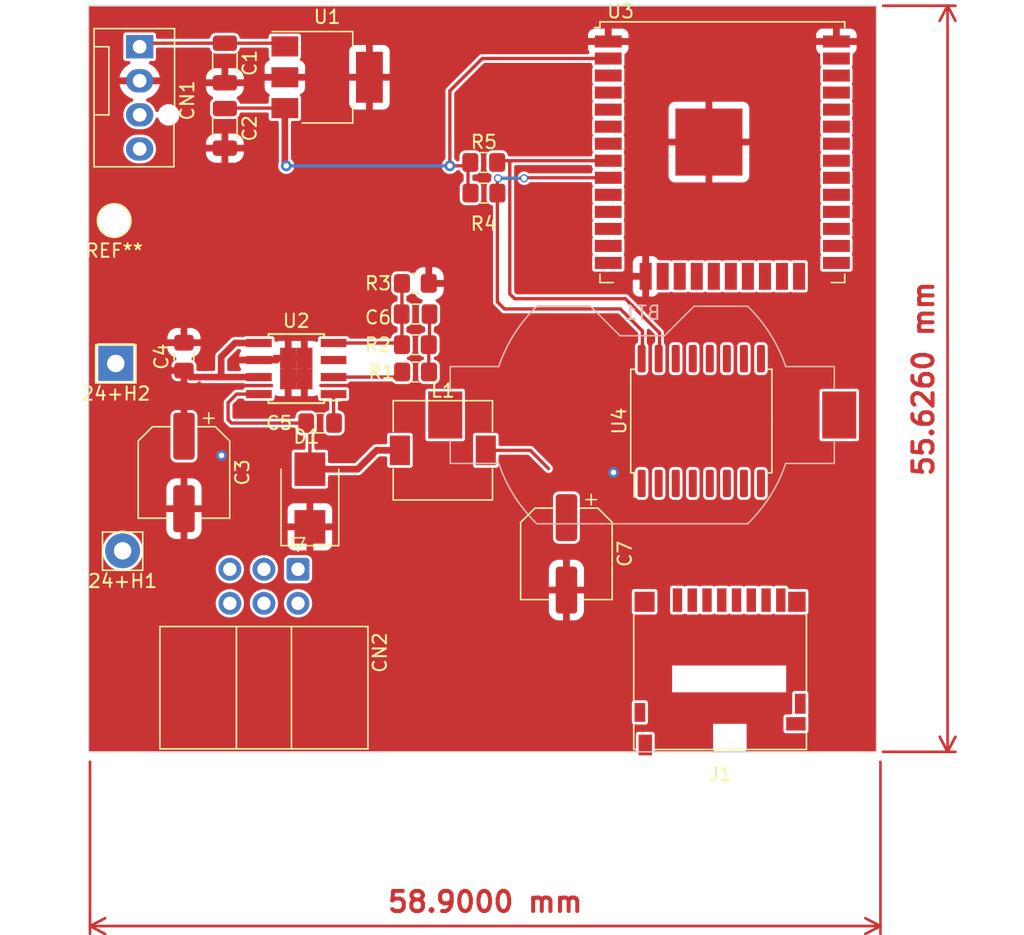
<source format=kicad_pcb>
(kicad_pcb (version 20211014) (generator pcbnew)
  (layers (0 "F.Cu" signal) (31 "B.Cu" signal) (34 "B.Paste" user) (35 "F.Paste" user) (36 "B.SilkS" user "B.Silkscreen") (37 "F.SilkS" user "F.Silkscreen") (38 "B.Mask" user) (39 "F.Mask" user) (44 "Edge.Cuts" user))
  (net 0 "")
  (net 1 "GND")
  (net 3 "aaaa")
  (net 4 "+5V")
  (net 5 "+3.3V")
  (net 6 "rx")
  (net 7 "tx")
  (net 8 "+24V")
  (net 9 "Net-(C5-Pad1)")
  (net 10 "Net-(C5-Pad2)")
  (net 11 "Net-(C6-Pad1)")
  (net 12 "Net-(C6-Pad2)")
  (net 13 "Net-(R1-Pad1)")
  (net 19 "SCL")
  (net 20 "SDA")
  (net 45 "/+5V OUT")
  (net 61 "Net-(U4-Pad10)")
  (footprint "Package_SO:SOIC-16W_7.5x10.3mm_P1.27mm" (layer "F.Cu") (at 86.3 58.65 90)
    (fp_text reference "U4" (at 0 -6.1 90) (layer "F.SilkS"))
    (fp_text value "DS3231M")
    (fp_line (start -3.86 5.26) (end -3.86 5.005) (layer "F.SilkS") (width 0.12))
    (fp_line (start 0 5.26) (end -3.86 5.26) (layer "F.SilkS") (width 0.12))
    (fp_line (start -3.86 -5.005) (end -5.675 -5.005) (layer "F.SilkS") (width 0.12))
    (fp_line (start 0 -5.26) (end 3.86 -5.26) (layer "F.SilkS") (width 0.12))
    (fp_line (start 3.86 -5.26) (end 3.86 -5.005) (layer "F.SilkS") (width 0.12))
    (fp_line (start -3.86 -5.26) (end -3.86 -5.005) (layer "F.SilkS") (width 0.12))
    (fp_line (start 0 5.26) (end 3.86 5.26) (layer "F.SilkS") (width 0.12))
    (fp_line (start 3.86 5.26) (end 3.86 5.005) (layer "F.SilkS") (width 0.12))
    (fp_line (start 0 -5.26) (end -3.86 -5.26) (layer "F.SilkS") (width 0.12))
    (pad "1" smd roundrect (at -4.65 -4.445 90) (size 2.05 0.6) (layers "F.Cu" "F.Paste" "F.Mask"))
    (pad "2" smd roundrect (at -4.65 -3.175 90) (size 2.05 0.6) (layers "F.Cu" "F.Paste" "F.Mask"))
    (pad "3" smd roundrect (at -4.65 -1.905 90) (size 2.05 0.6) (layers "F.Cu" "F.Paste" "F.Mask"))
    (pad "4" smd roundrect (at -4.65 -0.635 90) (size 2.05 0.6) (layers "F.Cu" "F.Paste" "F.Mask"))
    (pad "5" smd roundrect (at -4.65 0.635 90) (size 2.05 0.6) (layers "F.Cu" "F.Paste" "F.Mask") (net 61 "Net-(U4-Pad10)"))
    (pad "6" smd roundrect (at -4.65 1.905 90) (size 2.05 0.6) (layers "F.Cu" "F.Paste" "F.Mask") (net 61 "Net-(U4-Pad10)"))
    (pad "7" smd roundrect (at -4.65 3.175 90) (size 2.05 0.6) (layers "F.Cu" "F.Paste" "F.Mask") (net 61 "Net-(U4-Pad10)"))
    (pad "8" smd roundrect (at -4.65 4.445 90) (size 2.05 0.6) (layers "F.Cu" "F.Paste" "F.Mask") (net 61 "Net-(U4-Pad10)"))
    (pad "9" smd roundrect (at 4.65 4.445 90) (size 2.05 0.6) (layers "F.Cu" "F.Paste" "F.Mask") (net 61 "Net-(U4-Pad10)"))
    (pad "10" smd roundrect (at 4.65 3.175 90) (size 2.05 0.6) (layers "F.Cu" "F.Paste" "F.Mask") (net 61 "Net-(U4-Pad10)"))
    (pad "11" smd roundrect (at 4.65 1.905 90) (size 2.05 0.6) (layers "F.Cu" "F.Paste" "F.Mask") (net 61 "Net-(U4-Pad10)"))
    (pad "12" smd roundrect (at 4.65 0.635 90) (size 2.05 0.6) (layers "F.Cu" "F.Paste" "F.Mask") (net 61 "Net-(U4-Pad10)"))
    (pad "13" smd roundrect (at 4.65 -0.635 90) (size 2.05 0.6) (layers "F.Cu" "F.Paste" "F.Mask") (net 61 "Net-(U4-Pad10)"))
    (pad "14" smd roundrect (at 4.65 -1.905 90) (size 2.05 0.6) (layers "F.Cu" "F.Paste" "F.Mask"))
    (pad "15" smd roundrect (at 4.65 -3.175 90) (size 2.05 0.6) (layers "F.Cu" "F.Paste" "F.Mask") (net 20 "SDA"))
    (pad "16" smd roundrect (at 4.65 -4.445 90) (size 2.05 0.6) (layers "F.Cu" "F.Paste" "F.Mask") (net 19 "SCL"))
  )
  (footprint "Resistor_SMD:R_0805_2012Metric_Pad1.20x1.40mm_HandSolder" (layer "F.Cu") (at 70.088 39.37 180)
    (fp_text reference "R5" (at -0.016 1.524) (layer "F.SilkS"))
    (fp_text value "1K")
    (fp_line (start -0.227064 0.735) (end 0.227064 0.735) (layer "F.SilkS") (width 0.12))
    (fp_line (start -0.227064 -0.735) (end 0.227064 -0.735) (layer "F.SilkS") (width 0.12))
    (pad "1" smd roundrect (at -1 0 180) (size 1.2 1.4) (layers "F.Cu" "F.Paste" "F.Mask") (roundrect_rratio 0.208333) (net 20 "SDA"))
    (pad "2" smd roundrect (at 1 0 180) (size 1.2 1.4) (layers "F.Cu" "F.Paste" "F.Mask") (roundrect_rratio 0.208333) (net 5 "+3.3V"))
  )
  (footprint "Connector_Pin:Pin_D1.3mm_L11.3mm_W2.8mm_Flat" (layer "F.Cu") (at 43.18 68.326)
    (fp_text reference "24+H1" (at 0 2.25) (layer "F.SilkS"))
    (fp_text value "MountingHole")
    (fp_line (start 1.5 -1.4) (end 1.5 1.45) (layer "F.SilkS") (width 0.12))
    (fp_line (start -1.5 -1.4) (end -1.5 1.45) (layer "F.SilkS") (width 0.12))
    (fp_line (start -1.5 -1.4) (end 1.5 -1.4) (layer "F.SilkS") (width 0.12))
    (fp_line (start -1.5 1.45) (end 1.5 1.45) (layer "F.SilkS") (width 0.12))
    (pad "1" thru_hole circle (at 0 0) (size 2.6 2.6) (drill 1.3) (layers *.Cu *.Mask))
  )
  (footprint "Package_SO:TI_SO-PowerPAD-8" (layer "F.Cu") (at 56.12 54.737 180)
    (fp_text reference "U2" (at 0 3.556) (layer "F.SilkS"))
    (fp_text value "ST1S14PHR")
    (fp_line (start 2.075 2.575) (end 2.075 2.375) (layer "F.SilkS") (width 0.15))
    (fp_line (start -2.075 -2.375) (end -3.375 -2.375) (layer "F.SilkS") (width 0.15))
    (fp_line (start -2.075 -2.575) (end 2.075 -2.575) (layer "F.SilkS") (width 0.15))
    (fp_line (start -2.075 -2.575) (end -2.075 -2.375) (layer "F.SilkS") (width 0.15))
    (fp_line (start -2.075 2.575) (end -2.075 2.375) (layer "F.SilkS") (width 0.15))
    (fp_line (start 2.075 -2.575) (end 2.075 -2.375) (layer "F.SilkS") (width 0.15))
    (fp_line (start -2.075 2.575) (end 2.075 2.575) (layer "F.SilkS") (width 0.15))
    (pad "1" smd rect (at -2.78 -1.905 180) (size 1.91 0.61) (layers "F.Cu" "F.Paste" "F.Mask") (net 9 "Net-(C5-Pad1)"))
    (pad "2" smd rect (at -2.78 -0.635 180) (size 1.91 0.61) (layers "F.Cu" "F.Paste" "F.Mask") (net 13 "Net-(R1-Pad1)"))
    (pad "3" smd rect (at -2.78 0.635 180) (size 1.91 0.61) (layers "F.Cu" "F.Paste" "F.Mask"))
    (pad "4" smd rect (at -2.78 1.905 180) (size 1.91 0.61) (layers "F.Cu" "F.Paste" "F.Mask") (net 11 "Net-(C6-Pad1)"))
    (pad "5" smd rect (at 2.78 1.905 180) (size 1.91 0.61) (layers "F.Cu" "F.Paste" "F.Mask") (net 8 "+24V"))
    (pad "6" smd rect (at 2.78 0.635 180) (size 1.91 0.61) (layers "F.Cu" "F.Paste" "F.Mask") (net 1 "GND"))
    (pad "7" smd rect (at 2.78 -0.635 180) (size 1.91 0.61) (layers "F.Cu" "F.Paste" "F.Mask") (net 8 "+24V"))
    (pad "8" smd rect (at 2.78 -1.905 180) (size 1.91 0.61) (layers "F.Cu" "F.Paste" "F.Mask") (net 10 "Net-(C5-Pad2)"))
    (pad "9" smd rect (at 0.6025 0.775 180) (size 1.205 1.55) (layers "F.Cu" "F.Paste" "F.Mask") (net 1 "GND"))
    (pad "9" smd rect (at -0.6025 0.775 180) (size 1.205 1.55) (layers "F.Cu" "F.Paste" "F.Mask") (net 1 "GND"))
    (pad "9" smd rect (at 0.6025 -0.775 180) (size 1.205 1.55) (layers "F.Cu" "F.Paste" "F.Mask") (net 1 "GND"))
    (pad "9" smd rect (at -0.6025 -0.775 180) (size 1.205 1.55) (layers "F.Cu" "F.Paste" "F.Mask") (net 1 "GND"))
  )
  (footprint "Resistor_SMD:R_0805_2012Metric_Pad1.20x1.40mm_HandSolder" (layer "F.Cu") (at 64.994 48.387 180)
    (fp_text reference "R3" (at 2.778 0) (layer "F.SilkS"))
    (fp_text value "187K(R1608)")
    (fp_line (start -0.227064 -0.735) (end 0.227064 -0.735) (layer "F.SilkS") (width 0.12))
    (fp_line (start -0.227064 0.735) (end 0.227064 0.735) (layer "F.SilkS") (width 0.12))
    (pad "1" smd roundrect (at -1 0 180) (size 1.2 1.4) (layers "F.Cu" "F.Paste" "F.Mask") (roundrect_rratio 0.2083333333) (net 1 "GND"))
    (pad "2" smd roundrect (at 1 0 180) (size 1.2 1.4) (layers "F.Cu" "F.Paste" "F.Mask") (roundrect_rratio 0.2083333333) (net 11 "Net-(C6-Pad1)"))
  )
  (footprint "Connector:FanPinHeader_1x04_P2.54mm_Vertical" (layer "F.Cu") (at 44.45 30.744 -90)
    (fp_text reference "CN1" (at 4 -3.55 90) (layer "F.SilkS"))
    (fp_text value "Conn_01x04")
    (fp_line (start -1.35 -2.6) (end 4.4 -2.6) (layer "F.SilkS") (width 0.12))
    (fp_line (start 5.75 -2.55) (end 8.95 -2.55) (layer "F.SilkS") (width 0.12))
    (fp_line (start 5.08 2.29) (end 5.08 3.3) (layer "F.SilkS") (width 0.12))
    (fp_line (start 8.95 3.4) (end -1.35 3.4) (layer "F.SilkS") (width 0.12))
    (fp_line (start -1.35 3.4) (end -1.35 -2.6) (layer "F.SilkS") (width 0.12))
    (fp_line (start 8.95 -2.55) (end 8.95 3.4) (layer "F.SilkS") (width 0.12))
    (fp_line (start 0 2.29) (end 5.08 2.29) (layer "F.SilkS") (width 0.12))
    (fp_line (start 0 3.3) (end 0 2.29) (layer "F.SilkS") (width 0.12))
    (pad "" np_thru_hole circle (at 5.08 -2.16) (size 1.1 1.1) (drill 1.1) (layers F&B.Cu *.Mask))
    (pad "1" thru_hole rect (at 0 0) (size 2.03 1.73) (drill 1.02) (layers *.Cu *.Mask) (net 4 "+5V"))
    (pad "2" thru_hole oval (at 2.54 0) (size 2.03 1.73) (drill 1.02) (layers *.Cu *.Mask) (net 1 "GND"))
    (pad "3" thru_hole oval (at 5.08 0) (size 2.03 1.73) (drill 1.02) (layers *.Cu *.Mask) (net 6 "rx"))
    (pad "4" thru_hole oval (at 7.62 0) (size 2.03 1.73) (drill 1.02) (layers *.Cu *.Mask) (net 7 "tx"))
  )
  (footprint "Resistor_SMD:R_0805_2012Metric_Pad1.20x1.40mm_HandSolder" (layer "F.Cu") (at 70.104 41.656 180)
    (fp_text reference "R4" (at 0.016 -2.286) (layer "F.SilkS"))
    (fp_text value "1K")
    (fp_line (start -0.227064 0.735) (end 0.227064 0.735) (layer "F.SilkS") (width 0.12))
    (fp_line (start -0.227064 -0.735) (end 0.227064 -0.735) (layer "F.SilkS") (width 0.12))
    (pad "1" smd roundrect (at -1 0 180) (size 1.2 1.4) (layers "F.Cu" "F.Paste" "F.Mask") (roundrect_rratio 0.208333) (net 19 "SCL"))
    (pad "2" smd roundrect (at 1 0 180) (size 1.2 1.4) (layers "F.Cu" "F.Paste" "F.Mask") (roundrect_rratio 0.208333) (net 5 "+3.3V"))
  )
  (footprint "Connector_Pin:Pin_D1.3mm_L11.3mm_W2.8mm_Flat" (layer "F.Cu") (at 42.672 54.356)
    (fp_text reference "24+H2" (at 0 2.25) (layer "F.SilkS"))
    (fp_text value "MountingHole")
    (fp_line (start -1.5 1.45) (end 1.5 1.45) (layer "F.SilkS") (width 0.12))
    (fp_line (start -1.5 -1.4) (end -1.5 1.45) (layer "F.SilkS") (width 0.12))
    (fp_line (start -1.5 -1.4) (end 1.5 -1.4) (layer "F.SilkS") (width 0.12))
    (fp_line (start 1.5 -1.4) (end 1.5 1.45) (layer "F.SilkS") (width 0.12))
    (pad "1" thru_hole rect (at 0 0) (size 2.6 2.6) (drill 1.3) (layers *.Cu *.Mask))
  )
  (footprint "Connector_Pin:Pin_D1.0mm_L10.0mm" (layer "F.Cu") (at 42.55 43.7)
    (fp_text reference "REF**" (at 0 2.25) (layer "F.SilkS"))
    (fp_text value "Pin_D1.0mm_L10.0mm")
    (fp_circle (center 0 0) (end 1.25 0.05) (layer "F.SilkS") (width 0.12) (fill none))
    (pad "" thru_hole circle (at 0 0) (size 0 0) (drill 2) (layers *.Cu *.Mask))
  )
  (footprint "Capacitor_SMD:C_1206_3216Metric" (layer "F.Cu") (at 50.8 36.83 -90)
    (fp_text reference "C2" (at 0 -1.85 90) (layer "F.SilkS"))
    (fp_text value "C104")
    (fp_line (start -0.711252 -0.91) (end 0.711252 -0.91) (layer "F.SilkS") (width 0.12))
    (fp_line (start -0.711252 0.91) (end 0.711252 0.91) (layer "F.SilkS") (width 0.12))
    (pad "1" smd roundrect (at -1.475 0 270) (size 1.15 1.8) (layers "F.Cu" "F.Paste" "F.Mask") (roundrect_rratio 0.2173913043) (net 5 "+3.3V"))
    (pad "2" smd roundrect (at 1.475 0 270) (size 1.15 1.8) (layers "F.Cu" "F.Paste" "F.Mask") (roundrect_rratio 0.2173913043) (net 1 "GND"))
  )
  (footprint "Connector_IDC:IDC-Header_2x03_P2.54mm_Horizontal" (layer "F.Cu") (at 56.25 69.7 -90)
    (fp_text reference "CN2" (at 6.215 -6.1 90) (layer "F.SilkS"))
    (fp_text value "Conn_01x04")
    (fp_line (start 4.27 10.29) (end 4.27 -5.21) (layer "F.SilkS") (width 0.12))
    (fp_line (start 4.27 0.49) (end 13.39 0.49) (layer "F.SilkS") (width 0.12))
    (fp_line (start -2.35 -0.5) (end -2.35 0.5) (layer "F.SilkS") (width 0.12))
    (fp_line (start -2.35 0.5) (end -1.35 0) (layer "F.SilkS") (width 0.12))
    (fp_line (start 13.39 10.29) (end 4.27 10.29) (layer "F.SilkS") (width 0.12))
    (fp_line (start -1.35 0) (end -2.35 -0.5) (layer "F.SilkS") (width 0.12))
    (fp_line (start 13.39 -5.21) (end 13.39 10.29) (layer "F.SilkS") (width 0.12))
    (fp_line (start 4.27 -5.21) (end 13.39 -5.21) (layer "F.SilkS") (width 0.12))
    (fp_line (start 4.27 4.59) (end 13.39 4.59) (layer "F.SilkS") (width 0.12))
    (pad "1" thru_hole roundrect (at 0 0 270) (size 1.7 1.7) (drill 1) (layers *.Cu *.Mask) (roundrect_rratio 0.147059))
    (pad "2" thru_hole circle (at 2.54 0 270) (size 1.7 1.7) (drill 1) (layers *.Cu *.Mask))
    (pad "3" thru_hole circle (at 0 2.54 270) (size 1.7 1.7) (drill 1) (layers *.Cu *.Mask))
    (pad "4" thru_hole circle (at 2.54 2.54 270) (size 1.7 1.7) (drill 1) (layers *.Cu *.Mask))
    (pad "5" thru_hole circle (at 0 5.08 270) (size 1.7 1.7) (drill 1) (layers *.Cu *.Mask))
    (pad "6" thru_hole circle (at 2.54 5.08 270) (size 1.7 1.7) (drill 1) (layers *.Cu *.Mask))
  )
  (footprint "Resistor_SMD:R_0805_2012Metric_Pad1.20x1.40mm_HandSolder" (layer "F.Cu") (at 64.994 52.959)
    (fp_text reference "R2" (at -2.794 0) (layer "F.SilkS"))
    (fp_text value "187K(R1608)")
    (fp_line (start -0.227064 -0.735) (end 0.227064 -0.735) (layer "F.SilkS") (width 0.12))
    (fp_line (start -0.227064 0.735) (end 0.227064 0.735) (layer "F.SilkS") (width 0.12))
    (pad "1" smd roundrect (at -1 0) (size 1.2 1.4) (layers "F.Cu" "F.Paste" "F.Mask") (roundrect_rratio 0.2083333333) (net 11 "Net-(C6-Pad1)"))
    (pad "2" smd roundrect (at 1 0) (size 1.2 1.4) (layers "F.Cu" "F.Paste" "F.Mask") (roundrect_rratio 0.2083333333) (net 12 "Net-(C6-Pad2)"))
  )
  (footprint "Capacitor_SMD:C_0805_2012Metric_Pad1.18x1.45mm_HandSolder" (layer "F.Cu") (at 47.752 53.848 90)
    (fp_text reference "C4" (at 0 -1.68 90) (layer "F.SilkS"))
    (fp_text value "C104")
    (fp_line (start -0.261252 0.735) (end 0.261252 0.735) (layer "F.SilkS") (width 0.12))
    (fp_line (start -0.261252 -0.735) (end 0.261252 -0.735) (layer "F.SilkS") (width 0.12))
    (pad "1" smd roundrect (at -1.0375 0 90) (size 1.175 1.45) (layers "F.Cu" "F.Paste" "F.Mask") (roundrect_rratio 0.2127659574) (net 8 "+24V"))
    (pad "2" smd roundrect (at 1.0375 0 90) (size 1.175 1.45) (layers "F.Cu" "F.Paste" "F.Mask") (roundrect_rratio 0.2127659574) (net 1 "GND"))
  )
  (footprint "Capacitor_SMD:C_0805_2012Metric_Pad1.18x1.45mm_HandSolder" (layer "F.Cu") (at 57.898 58.801 180)
    (fp_text reference "C5" (at 3.048 0) (layer "F.SilkS"))
    (fp_text value "C104")
    (fp_line (start -0.261252 -0.735) (end 0.261252 -0.735) (layer "F.SilkS") (width 0.12))
    (fp_line (start -0.261252 0.735) (end 0.261252 0.735) (layer "F.SilkS") (width 0.12))
    (pad "1" smd roundrect (at -1.0375 0 180) (size 1.175 1.45) (layers "F.Cu" "F.Paste" "F.Mask") (roundrect_rratio 0.2127659574) (net 9 "Net-(C5-Pad1)"))
    (pad "2" smd roundrect (at 1.0375 0 180) (size 1.175 1.45) (layers "F.Cu" "F.Paste" "F.Mask") (roundrect_rratio 0.2127659574) (net 10 "Net-(C5-Pad2)"))
  )
  (footprint "Resistor_SMD:R_0805_2012Metric_Pad1.20x1.40mm_HandSolder" (layer "F.Cu") (at 65.01 54.991)
    (fp_text reference "R1" (at -2.54 0) (layer "F.SilkS"))
    (fp_text value "47K(R1608)")
    (fp_line (start -0.227064 -0.735) (end 0.227064 -0.735) (layer "F.SilkS") (width 0.12))
    (fp_line (start -0.227064 0.735) (end 0.227064 0.735) (layer "F.SilkS") (width 0.12))
    (pad "1" smd roundrect (at -1 0) (size 1.2 1.4) (layers "F.Cu" "F.Paste" "F.Mask") (roundrect_rratio 0.2083333333) (net 13 "Net-(R1-Pad1)"))
    (pad "2" smd roundrect (at 1 0) (size 1.2 1.4) (layers "F.Cu" "F.Paste" "F.Mask") (roundrect_rratio 0.2083333333) (net 12 "Net-(C6-Pad2)"))
  )
  (footprint "Package_TO_SOT_SMD:SOT-223-3_TabPin2" (layer "F.Cu") (at 58.42 33.02)
    (fp_text reference "U1" (at 0 -4.5) (layer "F.SilkS"))
    (fp_text value "LT1129-3.3_SOT223")
    (fp_line (start -4.1 -3.41) (end 1.91 -3.41) (layer "F.SilkS") (width 0.12))
    (fp_line (start 1.91 3.41) (end 1.91 2.15) (layer "F.SilkS") (width 0.12))
    (fp_line (start 1.91 -3.41) (end 1.91 -2.15) (layer "F.SilkS") (width 0.12))
    (fp_line (start -1.85 3.41) (end 1.91 3.41) (layer "F.SilkS") (width 0.12))
    (pad "1" smd rect (at -3.15 -2.3) (size 2 1.5) (layers "F.Cu" "F.Paste" "F.Mask") (net 4 "+5V"))
    (pad "2" smd rect (at 3.15 0) (size 2 3.8) (layers "F.Cu" "F.Paste" "F.Mask") (net 1 "GND"))
    (pad "2" smd rect (at -3.15 0) (size 2 1.5) (layers "F.Cu" "F.Paste" "F.Mask") (net 1 "GND"))
    (pad "3" smd rect (at -3.15 2.3) (size 2 1.5) (layers "F.Cu" "F.Paste" "F.Mask") (net 5 "+3.3V"))
  )
  (footprint "Inductor_SMD:L_7.3x7.3_H4.5" (layer "F.Cu") (at 67.042 60.833)
    (fp_text reference "L1" (at 0 -4.45) (layer "F.SilkS"))
    (fp_text value "10uH(YCDM6045T)")
    (fp_line (start -3.7 3.7) (end -3.7 1.4) (layer "F.SilkS") (width 0.12))
    (fp_line (start 3.7 1.4) (end 3.7 3.7) (layer "F.SilkS") (width 0.12))
    (fp_line (start -3.7 -1.4) (end -3.7 -3.7) (layer "F.SilkS") (width 0.12))
    (fp_line (start 3.7 -3.7) (end 3.7 -1.4) (layer "F.SilkS") (width 0.12))
    (fp_line (start 3.7 3.7) (end -3.7 3.7) (layer "F.SilkS") (width 0.12))
    (fp_line (start -3.7 -3.7) (end 3.7 -3.7) (layer "F.SilkS") (width 0.12))
    (pad "1" smd rect (at -3.2 0) (size 1.5 2.2) (layers "F.Cu" "F.Paste" "F.Mask") (net 10 "Net-(C5-Pad2)"))
    (pad "2" smd rect (at 3.2 0) (size 1.5 2.2) (layers "F.Cu" "F.Paste" "F.Mask") (net 45 "/+5V OUT"))
  )
  (footprint "Capacitor_SMD:C_1206_3216Metric" (layer "F.Cu") (at 50.8 31.955 -90)
    (fp_text reference "C1" (at 0 -1.85 90) (layer "F.SilkS"))
    (fp_text value "C104")
    (fp_line (start -0.711252 -0.91) (end 0.711252 -0.91) (layer "F.SilkS") (width 0.12))
    (fp_line (start -0.711252 0.91) (end 0.711252 0.91) (layer "F.SilkS") (width 0.12))
    (pad "1" smd roundrect (at -1.475 0 270) (size 1.15 1.8) (layers "F.Cu" "F.Paste" "F.Mask") (roundrect_rratio 0.2173913043) (net 4 "+5V"))
    (pad "2" smd roundrect (at 1.475 0 270) (size 1.15 1.8) (layers "F.Cu" "F.Paste" "F.Mask") (roundrect_rratio 0.2173913043) (net 1 "GND"))
  )
  (footprint "Capacitor_SMD:C_0805_2012Metric_Pad1.18x1.45mm_HandSolder" (layer "F.Cu") (at 65.01 50.673)
    (fp_text reference "C6" (at -2.794 0.254) (layer "F.SilkS"))
    (fp_text value "C104")
    (fp_line (start -0.261252 -0.735) (end 0.261252 -0.735) (layer "F.SilkS") (width 0.12))
    (fp_line (start -0.261252 0.735) (end 0.261252 0.735) (layer "F.SilkS") (width 0.12))
    (pad "1" smd roundrect (at -1.0375 0) (size 1.175 1.45) (layers "F.Cu" "F.Paste" "F.Mask") (roundrect_rratio 0.2127659574) (net 11 "Net-(C6-Pad1)"))
    (pad "2" smd roundrect (at 1.0375 0) (size 1.175 1.45) (layers "F.Cu" "F.Paste" "F.Mask") (roundrect_rratio 0.2127659574) (net 12 "Net-(C6-Pad2)"))
  )
  (footprint "Capacitor_SMD:CP_Elec_6.3x4.5" (layer "F.Cu") (at 47.752 62.484 -90)
    (fp_text reference "C3" (at 0 -4.35 90) (layer "F.SilkS"))
    (fp_text value "10uF/50V(C3216)")
    (fp_line (start -2.345563 3.41) (end 3.41 3.41) (layer "F.SilkS") (width 0.12))
    (fp_line (start -2.345563 -3.41) (end 3.41 -3.41) (layer "F.SilkS") (width 0.12))
    (fp_line (start 3.41 -3.41) (end 3.41 -1.06) (layer "F.SilkS") (width 0.12))
    (fp_line (start -3.41 2.345563) (end -2.345563 3.41) (layer "F.SilkS") (width 0.12))
    (fp_line (start -3.41 -2.345563) (end -2.345563 -3.41) (layer "F.SilkS") (width 0.12))
    (fp_line (start -3.41 -2.345563) (end -3.41 -1.06) (layer "F.SilkS") (width 0.12))
    (fp_line (start -4.4375 -1.8475) (end -3.65 -1.8475) (layer "F.SilkS") (width 0.12))
    (fp_line (start -4.04375 -2.24125) (end -4.04375 -1.45375) (layer "F.SilkS") (width 0.12))
    (fp_line (start 3.41 3.41) (end 3.41 1.06) (layer "F.SilkS") (width 0.12))
    (fp_line (start -3.41 2.345563) (end -3.41 1.06) (layer "F.SilkS") (width 0.12))
    (pad "1" smd roundrect (at -2.7 0 270) (size 3.5 1.6) (layers "F.Cu" "F.Paste" "F.Mask") (roundrect_rratio 0.15625) (net 8 "+24V"))
    (pad "2" smd roundrect (at 2.7 0 270) (size 3.5 1.6) (layers "F.Cu" "F.Paste" "F.Mask") (roundrect_rratio 0.15625) (net 1 "GND"))
  )
  (footprint "Connector_Card:microSD_HC_Hirose_DM3D-SF" (layer "F.Cu") (at 87.7 77.35 180)
    (fp_text reference "J1" (at -0.025 -7.625) (layer "F.SilkS"))
    (fp_text value "SD_Card")
    (fp_line (start 6.435 -2.075) (end 6.435 4.225) (layer "F.SilkS") (width 0.12))
    (fp_line (start -6.435 -4.625) (end -6.435 -5.785) (layer "F.SilkS") (width 0.12))
    (fp_line (start -6.435 -1.375) (end -6.435 4.225) (layer "F.SilkS") (width 0.12))
    (fp_line (start 6.435 -5.785) (end 6.435 -3.975) (layer "F.SilkS") (width 0.12))
    (fp_line (start -6.435 -5.785) (end 4.825 -5.785) (layer "F.SilkS") (width 0.12))
    (fp_line (start 6.325 -5.785) (end 6.435 -5.785) (layer "F.SilkS") (width 0.12))
    (pad "1" smd rect (at 3.175 5.35 180) (size 0.7 1.75) (layers "F.Cu" "F.Paste" "F.Mask"))
    (pad "2" smd rect (at 2.075 5.35 180) (size 0.7 1.75) (layers "F.Cu" "F.Paste" "F.Mask"))
    (pad "3" smd rect (at 0.975 5.35 180) (size 0.7 1.75) (layers "F.Cu" "F.Paste" "F.Mask"))
    (pad "4" smd rect (at -0.125 5.35 180) (size 0.7 1.75) (layers "F.Cu" "F.Paste" "F.Mask"))
    (pad "5" smd rect (at -1.225 5.35 180) (size 0.7 1.75) (layers "F.Cu" "F.Paste" "F.Mask"))
    (pad "6" smd rect (at -2.325 5.35 180) (size 0.7 1.75) (layers "F.Cu" "F.Paste" "F.Mask"))
    (pad "7" smd rect (at -3.425 5.35 180) (size 0.7 1.75) (layers "F.Cu" "F.Paste" "F.Mask"))
    (pad "8" smd rect (at -4.525 5.35 180) (size 0.7 1.75) (layers "F.Cu" "F.Paste" "F.Mask"))
    (pad "9" smd rect (at -5.65 -3.875 180) (size 1.45 1) (layers "F.Cu" "F.Paste" "F.Mask"))
    (pad "10" smd rect (at 5.575 -5.45 180) (size 1 1.55) (layers "F.Cu" "F.Paste" "F.Mask"))
    (pad "11" smd rect (at -5.975 -2.375 180) (size 0.8 1.5) (layers "F.Cu" "F.Paste" "F.Mask"))
    (pad "11" smd rect (at 5.975 -3.025 180) (size 0.8 1.4) (layers "F.Cu" "F.Paste" "F.Mask"))
    (pad "11" smd rect (at -5.725 5.225 180) (size 1.3 1.5) (layers "F.Cu" "F.Paste" "F.Mask"))
    (pad "11" smd rect (at 5.625 5.225 180) (size 1.5 1.5) (layers "F.Cu" "F.Paste" "F.Mask"))
    (zone (net 0) (net_name "") (layer "F.Cu") (connect_pads (clearance 0)) (min_thickness 0.254)
      (keepout (tracks not_allowed) (vias not_allowed) (pads not_allowed) (copperpour not_allowed) (footprints not_allowed))
      (fill (thermal_gap 0.508) (thermal_bridge_width 0.508))
      (polygon (pts (xy 89.675 81.225) (xy 87.175 81.225) (xy 87.175 83.075) (xy 89.675 83.075)))
    )
    (zone (net 0) (net_name "") (layer "F.Cu") (connect_pads (clearance 0)) (min_thickness 0.254)
      (keepout (tracks not_allowed) (vias not_allowed) (pads not_allowed) (copperpour not_allowed) (footprints not_allowed))
      (fill (thermal_gap 0.508) (thermal_bridge_width 0.508))
      (polygon (pts (xy 92.625 78.875) (xy 84.125 78.875) (xy 84.125 76.875) (xy 92.625 76.875)))
    )
  )
  (footprint "RF_Module:ESP32-WROOM-32U" (layer "F.Cu") (at 87.868 38.608)
    (fp_text reference "U3" (at -7.58 -10.5 180) (layer "F.SilkS"))
    (fp_text value "ESP32-WROOM-32U")
    (fp_line (start -9.12 9.72) (end -8.12 9.72) (layer "F.SilkS") (width 0.12))
    (fp_line (start -9.12 -9.72) (end 9.12 -9.72) (layer "F.SilkS") (width 0.12))
    (fp_line (start 9.12 9.1) (end 9.12 9.72) (layer "F.SilkS") (width 0.12))
    (fp_line (start 9.12 9.72) (end 8.12 9.72) (layer "F.SilkS") (width 0.12))
    (fp_line (start -9.12 -9.72) (end -9.12 -9.3) (layer "F.SilkS") (width 0.12))
    (fp_line (start -9.12 -9.3) (end -9.5 -9.3) (layer "F.SilkS") (width 0.12))
    (fp_line (start -9.12 9.1) (end -9.12 9.72) (layer "F.SilkS") (width 0.12))
    (fp_line (start 9.12 -9.72) (end 9.12 -9.3) (layer "F.SilkS") (width 0.12))
    (pad "1" smd rect (at -8.5 -8.255) (size 2 0.9) (layers "F.Cu" "F.Paste" "F.Mask") (net 1 "GND"))
    (pad "2" smd rect (at -8.5 -6.985) (size 2 0.9) (layers "F.Cu" "F.Paste" "F.Mask") (net 5 "+3.3V"))
    (pad "3" smd rect (at -8.5 -5.715) (size 2 0.9) (layers "F.Cu" "F.Paste" "F.Mask"))
    (pad "4" smd rect (at -8.5 -4.445) (size 2 0.9) (layers "F.Cu" "F.Paste" "F.Mask"))
    (pad "5" smd rect (at -8.5 -3.175) (size 2 0.9) (layers "F.Cu" "F.Paste" "F.Mask"))
    (pad "6" smd rect (at -8.5 -1.905) (size 2 0.9) (layers "F.Cu" "F.Paste" "F.Mask"))
    (pad "7" smd rect (at -8.5 -0.635) (size 2 0.9) (layers "F.Cu" "F.Paste" "F.Mask"))
    (pad "8" smd rect (at -8.5 0.635) (size 2 0.9) (layers "F.Cu" "F.Paste" "F.Mask") (net 20 "SDA"))
    (pad "9" smd rect (at -8.5 1.905) (size 2 0.9) (layers "F.Cu" "F.Paste" "F.Mask") (net 19 "SCL"))
    (pad "10" smd rect (at -8.5 3.175) (size 2 0.9) (layers "F.Cu" "F.Paste" "F.Mask"))
    (pad "11" smd rect (at -8.5 4.445) (size 2 0.9) (layers "F.Cu" "F.Paste" "F.Mask"))
    (pad "12" smd rect (at -8.5 5.715) (size 2 0.9) (layers "F.Cu" "F.Paste" "F.Mask"))
    (pad "13" smd rect (at -8.5 6.985) (size 2 0.9) (layers "F.Cu" "F.Paste" "F.Mask"))
    (pad "14" smd rect (at -8.5 8.255) (size 2 0.9) (layers "F.Cu" "F.Paste" "F.Mask"))
    (pad "15" smd rect (at -5.715 9.255 270) (size 2 0.9) (layers "F.Cu" "F.Paste" "F.Mask") (net 1 "GND"))
    (pad "16" smd rect (at -4.445 9.255 90) (size 2 0.9) (layers "F.Cu" "F.Paste" "F.Mask"))
    (pad "17" smd rect (at -3.175 9.255 90) (size 2 0.9) (layers "F.Cu" "F.Paste" "F.Mask"))
    (pad "18" smd rect (at -1.905 9.255 90) (size 2 0.9) (layers "F.Cu" "F.Paste" "F.Mask"))
    (pad "19" smd rect (at -0.635 9.255 90) (size 2 0.9) (layers "F.Cu" "F.Paste" "F.Mask"))
    (pad "20" smd rect (at 0.635 9.255 90) (size 2 0.9) (layers "F.Cu" "F.Paste" "F.Mask"))
    (pad "21" smd rect (at 1.905 9.255 90) (size 2 0.9) (layers "F.Cu" "F.Paste" "F.Mask"))
    (pad "22" smd rect (at 3.175 9.255 90) (size 2 0.9) (layers "F.Cu" "F.Paste" "F.Mask"))
    (pad "23" smd rect (at 4.445 9.255 90) (size 2 0.9) (layers "F.Cu" "F.Paste" "F.Mask"))
    (pad "24" smd rect (at 5.715 9.255 90) (size 2 0.9) (layers "F.Cu" "F.Paste" "F.Mask"))
    (pad "25" smd rect (at 8.5 8.255) (size 2 0.9) (layers "F.Cu" "F.Paste" "F.Mask"))
    (pad "26" smd rect (at 8.5 6.985) (size 2 0.9) (layers "F.Cu" "F.Paste" "F.Mask"))
    (pad "27" smd rect (at 8.5 5.715) (size 2 0.9) (layers "F.Cu" "F.Paste" "F.Mask"))
    (pad "28" smd rect (at 8.5 4.445) (size 2 0.9) (layers "F.Cu" "F.Paste" "F.Mask"))
    (pad "29" smd rect (at 8.5 3.175) (size 2 0.9) (layers "F.Cu" "F.Paste" "F.Mask"))
    (pad "30" smd rect (at 8.5 1.905) (size 2 0.9) (layers "F.Cu" "F.Paste" "F.Mask"))
    (pad "31" smd rect (at 8.5 0.635) (size 2 0.9) (layers "F.Cu" "F.Paste" "F.Mask"))
    (pad "32" smd rect (at 8.5 -0.635) (size 2 0.9) (layers "F.Cu" "F.Paste" "F.Mask"))
    (pad "33" smd rect (at 8.5 -1.905) (size 2 0.9) (layers "F.Cu" "F.Paste" "F.Mask"))
    (pad "34" smd rect (at 8.5 -3.175) (size 2 0.9) (layers "F.Cu" "F.Paste" "F.Mask"))
    (pad "35" smd rect (at 8.5 -4.445) (size 2 0.9) (layers "F.Cu" "F.Paste" "F.Mask") (net 3 "aaaa"))
    (pad "36" smd rect (at 8.5 -5.715) (size 2 0.9) (layers "F.Cu" "F.Paste" "F.Mask"))
    (pad "37" smd rect (at 8.5 -6.985) (size 2 0.9) (layers "F.Cu" "F.Paste" "F.Mask"))
    (pad "38" smd rect (at 8.5 -8.255) (size 2 0.9) (layers "F.Cu" "F.Paste" "F.Mask") (net 1 "GND"))
    (pad "39" smd rect (at -1 -0.755) (size 5 5) (layers "F.Cu" "F.Paste" "F.Mask") (net 1 "GND"))
  )
  (footprint "Capacitor_SMD:CP_Elec_6.3x4.5" (layer "F.Cu") (at 76.25 68.55 -90)
    (fp_text reference "C7" (at 0 -4.35 90) (layer "F.SilkS"))
    (fp_text value "100uF/50V")
    (fp_line (start -3.41 2.345563) (end -3.41 1.06) (layer "F.SilkS") (width 0.12))
    (fp_line (start -4.04375 -2.24125) (end -4.04375 -1.45375) (layer "F.SilkS") (width 0.12))
    (fp_line (start -4.4375 -1.8475) (end -3.65 -1.8475) (layer "F.SilkS") (width 0.12))
    (fp_line (start -3.41 -2.345563) (end -2.345563 -3.41) (layer "F.SilkS") (width 0.12))
    (fp_line (start -2.345563 3.41) (end 3.41 3.41) (layer "F.SilkS") (width 0.12))
    (fp_line (start 3.41 -3.41) (end 3.41 -1.06) (layer "F.SilkS") (width 0.12))
    (fp_line (start 3.41 3.41) (end 3.41 1.06) (layer "F.SilkS") (width 0.12))
    (fp_line (start -2.345563 -3.41) (end 3.41 -3.41) (layer "F.SilkS") (width 0.12))
    (fp_line (start -3.41 2.345563) (end -2.345563 3.41) (layer "F.SilkS") (width 0.12))
    (fp_line (start -3.41 -2.345563) (end -3.41 -1.06) (layer "F.SilkS") (width 0.12))
    (pad "1" smd roundrect (at -2.7 0 270) (size 3.5 1.6) (layers "F.Cu" "F.Paste" "F.Mask") (roundrect_rratio 0.15625) (net 45 "/+5V OUT"))
    (pad "2" smd roundrect (at 2.7 0 270) (size 3.5 1.6) (layers "F.Cu" "F.Paste" "F.Mask") (roundrect_rratio 0.15625) (net 1 "GND"))
  )
  (footprint "Diode_SMD:D_SMB" (layer "F.Cu") (at 57.136 64.389 90)
    (fp_text reference "D1" (at 4.572 -0.254) (layer "F.SilkS"))
    (fp_text value "STPS3L60U")
    (fp_line (start -3.55 2.15) (end 2.15 2.15) (layer "F.SilkS") (width 0.12))
    (fp_line (start -3.55 -2.15) (end 2.15 -2.15) (layer "F.SilkS") (width 0.12))
    (fp_line (start -3.55 -2.15) (end -3.55 2.15) (layer "F.SilkS") (width 0.12))
    (pad "1" smd rect (at -2.15 0 90) (size 2.5 2.3) (layers "F.Cu" "F.Paste" "F.Mask") (net 1 "GND"))
    (pad "2" smd rect (at 2.15 0 90) (size 2.5 2.3) (layers "F.Cu" "F.Paste" "F.Mask") (net 10 "Net-(C5-Pad2)"))
  )
  (footprint "Battery:BatteryHolder_Keystone_1058_1x2032" (layer "B.Cu") (at 81.9 58.2)
    (fp_text reference "BT1" (at 0 -7.62) (layer "B.SilkS") (effects (justify mirror)))
    (fp_text value "Battery_Cell")
    (fp_line (start 14.31 -3.61) (end 10.692 -3.61) (layer "B.SilkS") (width 0.12))
    (fp_line (start -1.66 -5.91) (end -3.86 -8.11) (layer "B.SilkS") (width 0.12))
    (fp_line (start 14.31 -1.9) (end 14.31 -3.61) (layer "B.SilkS") (width 0.12))
    (fp_line (start 7.8473 -8.11) (end 3.86 -8.11) (layer "B.SilkS") (width 0.12))
    (fp_line (start -7.8473 8.11) (end 7.8473 8.11) (layer "B.SilkS") (width 0.12))
    (fp_line (start 1.66 -5.91) (end 3.86 -8.11) (layer "B.SilkS") (width 0.12))
    (fp_line (start -10.692 -3.61) (end -14.31 -3.61) (layer "B.SilkS") (width 0.12))
    (fp_line (start 14.31 1.9) (end 14.31 3.61) (layer "B.SilkS") (width 0.12))
    (fp_line (start 1.66 -5.91) (end -1.66 -5.91) (layer "B.SilkS") (width 0.12))
    (fp_line (start -14.31 1.9) (end -14.31 3.61) (layer "B.SilkS") (width 0.12))
    (fp_line (start -3.86 -8.11) (end -7.8473 -8.11) (layer "B.SilkS") (width 0.12))
    (fp_line (start 10.692 3.61) (end 14.31 3.61) (layer "B.SilkS") (width 0.12))
    (fp_line (start -14.31 3.61) (end -10.692 3.61) (layer "B.SilkS") (width 0.12))
    (fp_line (start -14.31 -1.9) (end -14.31 -3.61) (layer "B.SilkS") (width 0.12))
    (fp_arc (start 10.692 3.61) (mid 9.538084 6.031244) (end 7.845371 8.111789) (layer "B.SilkS") (width 0.12))
    (fp_arc (start -10.692 -3.61) (mid -9.538085 -6.031245) (end -7.845371 -8.111789) (layer "B.SilkS") (width 0.12))
    (fp_arc (start -7.845371 8.111789) (mid -9.538084 6.031244) (end -10.692 3.61) (layer "B.SilkS") (width 0.12))
    (fp_arc (start 7.845371 -8.111789) (mid 9.538084 -6.031244) (end 10.692 -3.61) (layer "B.SilkS") (width 0.12))
    (pad "1" smd rect (at -14.68 0) (size 2.54 3.51) (layers "F.Cu" "B.Paste" "B.Mask"))
    (pad "2" smd rect (at 14.68 0) (size 2.54 3.51) (layers "F.Cu" "B.Paste" "B.Mask"))
  )
  (gr_line (start 69.342 39.624) (end 69.342 39.116) (layer "F.Cu") (width 0.2))
  (gr_rect (start 40.64 27.686) (end 99.352 83.312) (layer "Edge.Cuts") (width 0.1) (fill none))
  (dimension (type aligned) (layer "F.Cu") (pts (xy 99.352 27.686) (xy 99.352 83.312)) (height -5.298) (gr_text "55.6260 mm" (at 102.85 55.499 90) (layer "F.Cu") (effects (font (size 1.5 1.5) (thickness 0.3)))) (format (units 3) (units_format 1) (precision 4)) (style (thickness 0.2) (arrow_length 1.27) (text_position_mode 0) (extension_height 0.58642) (extension_offset 0.5) keep_text_aligned))
  (dimension (type aligned) (layer "F.Cu") (pts (xy 40.75 83.55) (xy 99.65 83.55)) (height 12.75) (gr_text "58.9000 mm" (at 70.2 94.5) (layer "F.Cu") (effects (font (size 1.5 1.5) (thickness 0.3)))) (format (units 3) (units_format 1) (precision 4)) (style (thickness 0.2) (arrow_length 1.27) (text_position_mode 0) (extension_height 0.58642) (extension_offset 0.5) keep_text_aligned))
  (via (at 79.756 62.484) (size 0.8) (drill 0.4) (layers "F.Cu" "B.Cu") (net 1))
  (via (at 50.546 61.214) (size 0.8) (drill 0.4) (layers "F.Cu" "B.Cu") (net 1))
  (segment (start 44.45 30.48) (end 55.03 30.48) (width 0.25) (layer "F.Cu") (net 4))
  (segment (start 55.03 30.48) (end 55.27 30.72) (width 0.25) (layer "F.Cu") (net 4))
  (segment (start 55.27 35.32) (end 55.27 39.522) (width 0.5) (layer "F.Cu") (net 5))
  (segment (start 50.835 35.32) (end 50.8 35.355) (width 0.25) (layer "F.Cu") (net 5))
  (segment (start 68.917 41.469) (end 68.917 39.541) (width 0.25) (layer "F.Cu") (net 5))
  (segment (start 55.27 39.522) (end 55.372 39.624) (width 0.25) (layer "F.Cu") (net 5))
  (segment (start 67.564 34.036) (end 69.977 31.623) (width 0.25) (layer "F.Cu") (net 5))
  (segment (start 55.27 35.32) (end 50.835 35.32) (width 0.25) (layer "F.Cu") (net 5))
  (segment (start 67.564 39.624) (end 67.564 34.036) (width 0.25) (layer "F.Cu") (net 5))
  (segment (start 68.834 39.624) (end 67.564 39.624) (width 0.25) (layer "F.Cu") (net 5))
  (segment (start 68.917 39.541) (end 68.834 39.624) (width 0.25) (layer "F.Cu") (net 5))
  (segment (start 69.977 31.623) (end 79.368 31.623) (width 0.25) (layer "F.Cu") (net 5))
  (segment (start 69.104 41.656) (end 68.917 41.469) (width 0.25) (layer "F.Cu") (net 5))
  (via locked (at 67.564 39.624) (size 0.8) (drill 0.4) (layers "F.Cu" "B.Cu") (net 5))
  (via (at 55.372 39.624) (size 0.8) (drill 0.4) (layers "F.Cu" "B.Cu") (net 5))
  (segment (start 55.372 39.624) (end 67.564 39.624) (width 0.25) (layer "B.Cu") (net 5))
  (segment (start 48.2385 55.372) (end 47.752 54.8855) (width 0.5) (layer "F.Cu") (net 8))
  (segment (start 50.5245 55.372) (end 50.5245 53.8695) (width 0.5) (layer "F.Cu") (net 8))
  (segment (start 51.562 52.832) (end 53.34 52.832) (width 0.5) (layer "F.Cu") (net 8))
  (segment (start 53.34 55.372) (end 48.2385 55.372) (width 0.5) (layer "F.Cu") (net 8))
  (segment (start 50.5245 53.8695) (end 51.562 52.832) (width 0.5) (layer "F.Cu") (net 8))
  (segment (start 58.9 56.642) (end 58.9 58.7655) (width 0.25) (layer "F.Cu") (net 9))
  (segment (start 58.9 58.7655) (end 58.9355 58.801) (width 0.25) (layer "F.Cu") (net 9))
  (segment (start 51.04 58.547) (end 51.294 58.801) (width 0.25) (layer "F.Cu") (net 10))
  (segment (start 51.04 57.277) (end 51.04 58.547) (width 0.25) (layer "F.Cu") (net 10))
  (segment (start 62.103 60.833) (end 63.842 60.833) (width 0.5) (layer "F.Cu") (net 10))
  (segment (start 60.697 62.239) (end 62.103 60.833) (width 0.5) (layer "F.Cu") (net 10))
  (segment (start 57.136 59.0765) (end 57.136 62.239) (width 0.25) (layer "F.Cu") (net 10))
  (segment (start 56.8605 58.801) (end 57.136 59.0765) (width 0.25) (layer "F.Cu") (net 10))
  (segment (start 57.136 62.239) (end 60.697 62.239) (width 0.5) (layer "F.Cu") (net 10))
  (segment (start 51.675 56.642) (end 51.04 57.277) (width 0.25) (layer "F.Cu") (net 10))
  (segment (start 51.294 58.801) (end 56.8605 58.801) (width 0.25) (layer "F.Cu") (net 10))
  (segment (start 53.34 56.642) (end 51.675 56.642) (width 0.25) (layer "F.Cu") (net 10))
  (segment (start 58.9 52.832) (end 63.883 52.832) (width 0.25) (layer "F.Cu") (net 11))
  (segment (start 63.994 48.387) (end 63.994 52.943) (width 0.25) (layer "F.Cu") (net 11))
  (segment (start 63.883 52.832) (end 64.01 52.959) (width 0.25) (layer "F.Cu") (net 11))
  (segment (start 63.994 52.943) (end 64.01 52.959) (width 0.25) (layer "F.Cu") (net 11))
  (segment (start 65.994 54.975) (end 66.01 54.991) (width 0.25) (layer "F.Cu") (net 12))
  (segment (start 66.0475 52.9055) (end 65.994 52.959) (width 0.25) (layer "F.Cu") (net 12))
  (segment (start 66.0475 50.673) (end 66.0475 52.9055) (width 0.25) (layer "F.Cu") (net 12))
  (segment (start 65.994 52.959) (end 65.994 54.975) (width 0.25) (layer "F.Cu") (net 12))
  (segment (start 63.629 55.372) (end 64.01 54.991) (width 0.25) (layer "F.Cu") (net 13))
  (segment (start 58.9 55.372) (end 63.629 55.372) (width 0.25) (layer "F.Cu") (net 13))
  (segment (start 73.137 40.513) (end 79.368 40.513) (width 0.25) (layer "F.Cu") (net 19))
  (segment (start 71.628 50.292) (end 71.104 49.768) (width 0.25) (layer "F.Cu") (net 19))
  (segment (start 73.1 40.55) (end 73.137 40.513) (width 0.25) (layer "F.Cu") (net 19))
  (segment (start 71.104 40.596) (end 71.15 40.55) (width 0.25) (layer "F.Cu") (net 19))
  (segment (start 81.915 51.943) (end 80.264 50.292) (width 0.25) (layer "F.Cu") (net 19))
  (segment (start 81.915 53.516) (end 81.915 51.943) (width 0.25) (layer "F.Cu") (net 19))
  (segment (start 71.104 49.768) (end 71.104 41.656) (width 0.25) (layer "F.Cu") (net 19))
  (segment (start 80.264 50.292) (end 71.628 50.292) (width 0.25) (layer "F.Cu") (net 19))
  (segment (start 71.104 41.656) (end 71.104 40.596) (width 0.25) (layer "F.Cu") (net 19))
  (via (at 73.1 40.55) (size 0.6) (drill 0.4) (layers "F.Cu" "B.Cu") (net 19))
  (via (at 71.15 40.55) (size 0.6) (drill 0.4) (layers "F.Cu" "B.Cu") (net 19))
  (segment (start 71.15 40.55) (end 73.1 40.55) (width 0.25) (layer "B.Cu") (net 19))
  (segment (start 83.185 52.07) (end 80.645 49.53) (width 0.25) (layer "F.Cu") (net 20))
  (segment (start 80.645 49.53) (end 72.39 49.53) (width 0.25) (layer "F.Cu") (net 20))
  (segment (start 83.185 53.516) (end 83.185 52.07) (width 0.25) (layer "F.Cu") (net 20))
  (segment (start 72.029 49.169) (end 72.029 39.37) (width 0.25) (layer "F.Cu") (net 20))
  (segment (start 72.39 49.53) (end 72.029 49.169) (width 0.25) (layer "F.Cu") (net 20))
  (segment (start 71.088 39.37) (end 71.215 39.243) (width 0.25) (layer "F.Cu") (net 20))
  (segment (start 71.215 39.243) (end 79.368 39.243) (width 0.25) (layer "F.Cu") (net 20))
  (segment (start 70.242 60.833) (end 73.552 60.833) (width 0.25) (layer "F.Cu") (net 45))
  (segment (start 73.552 60.833) (end 74.916 62.197) (width 0.25) (layer "F.Cu") (net 45))
  (zone (net 8) (net_name "+24V") (layer "F.Cu") (connect_pads (clearance 0)) (min_thickness 0.254) (fill yes (thermal_gap 0.508) (thermal_bridge_width 0.508))
    (polygon (pts (xy 49.013583 53.84879) (xy 49.033769 60.198) (xy 46.420283 60.213864) (xy 46.482 55.118) (xy 41.402 55.118) (xy 41.401974 53.848)))
  )
  (zone (net 1) (net_name "GND") (layer "F.Cu") (connect_pads (clearance 0)) (min_thickness 0.254) (fill yes (thermal_gap 0.508) (thermal_bridge_width 0.508))
    (polygon (pts (xy 99.35 83.35) (xy 40.6 83.35) (xy 40.6 27.75) (xy 99.35 27.75)))
  )
)
</source>
